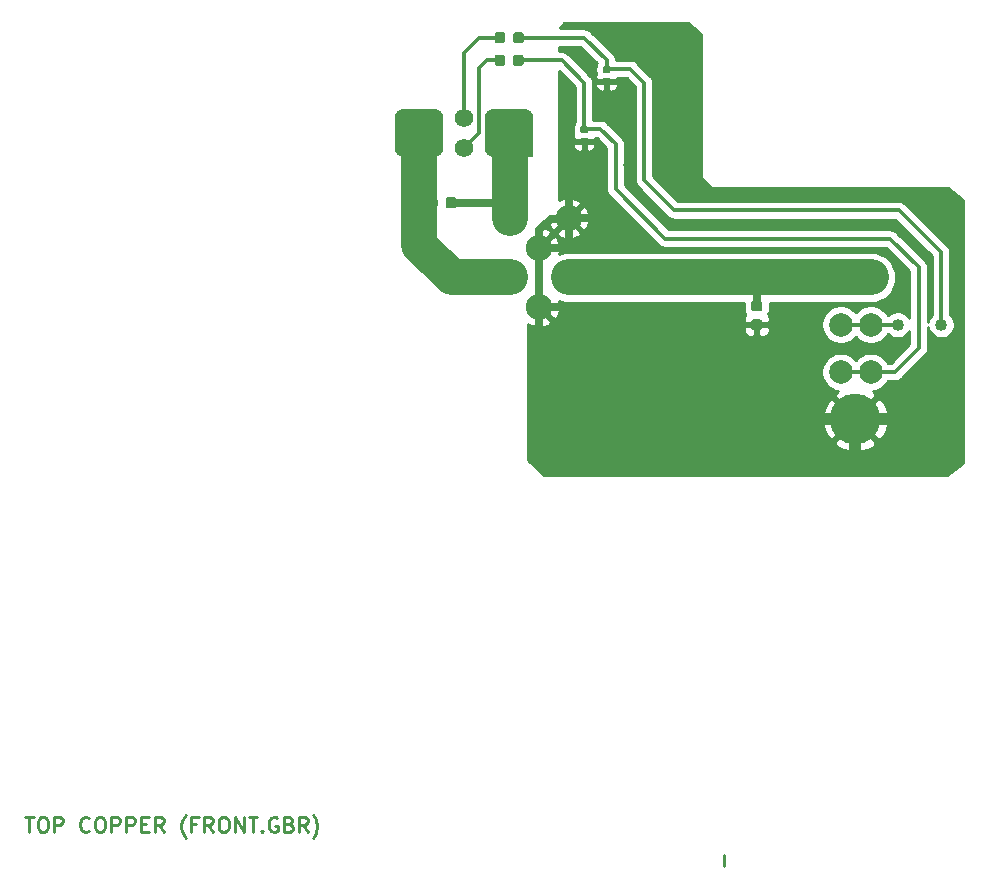
<source format=gbr>
G04 #@! TF.GenerationSoftware,KiCad,Pcbnew,(5.1.5)-3*
G04 #@! TF.CreationDate,2020-04-20T12:10:47-07:00*
G04 #@! TF.ProjectId,10096510 Battery Connection,31303039-3635-4313-9020-426174746572,rev?*
G04 #@! TF.SameCoordinates,PXb874050PY8789ff8*
G04 #@! TF.FileFunction,Copper,L1,Top*
G04 #@! TF.FilePolarity,Positive*
%FSLAX46Y46*%
G04 Gerber Fmt 4.6, Leading zero omitted, Abs format (unit mm)*
G04 Created by KiCad (PCBNEW (5.1.5)-3) date 2020-04-20 12:10:47*
%MOMM*%
%LPD*%
G04 APERTURE LIST*
%ADD10C,0.254000*%
%ADD11C,4.292600*%
%ADD12C,2.000000*%
%ADD13C,1.574800*%
%ADD14R,1.574800X1.574800*%
%ADD15C,0.100000*%
%ADD16C,2.235200*%
%ADD17C,1.016000*%
%ADD18C,0.250000*%
%ADD19C,3.048000*%
%ADD20C,1.524000*%
%ADD21C,0.635000*%
%ADD22C,0.304800*%
%ADD23C,1.016000*%
G04 APERTURE END LIST*
D10*
X-15588948Y-24704523D02*
X-14863234Y-24704523D01*
X-15226091Y-25974523D02*
X-15226091Y-24704523D01*
X-14197996Y-24704523D02*
X-13956091Y-24704523D01*
X-13835139Y-24765000D01*
X-13714186Y-24885952D01*
X-13653710Y-25127857D01*
X-13653710Y-25551190D01*
X-13714186Y-25793095D01*
X-13835139Y-25914047D01*
X-13956091Y-25974523D01*
X-14197996Y-25974523D01*
X-14318948Y-25914047D01*
X-14439900Y-25793095D01*
X-14500377Y-25551190D01*
X-14500377Y-25127857D01*
X-14439900Y-24885952D01*
X-14318948Y-24765000D01*
X-14197996Y-24704523D01*
X-13109424Y-25974523D02*
X-13109424Y-24704523D01*
X-12625615Y-24704523D01*
X-12504662Y-24765000D01*
X-12444186Y-24825476D01*
X-12383710Y-24946428D01*
X-12383710Y-25127857D01*
X-12444186Y-25248809D01*
X-12504662Y-25309285D01*
X-12625615Y-25369761D01*
X-13109424Y-25369761D01*
X-10146091Y-25853571D02*
X-10206567Y-25914047D01*
X-10387996Y-25974523D01*
X-10508948Y-25974523D01*
X-10690377Y-25914047D01*
X-10811329Y-25793095D01*
X-10871805Y-25672142D01*
X-10932281Y-25430238D01*
X-10932281Y-25248809D01*
X-10871805Y-25006904D01*
X-10811329Y-24885952D01*
X-10690377Y-24765000D01*
X-10508948Y-24704523D01*
X-10387996Y-24704523D01*
X-10206567Y-24765000D01*
X-10146091Y-24825476D01*
X-9359900Y-24704523D02*
X-9117996Y-24704523D01*
X-8997043Y-24765000D01*
X-8876091Y-24885952D01*
X-8815615Y-25127857D01*
X-8815615Y-25551190D01*
X-8876091Y-25793095D01*
X-8997043Y-25914047D01*
X-9117996Y-25974523D01*
X-9359900Y-25974523D01*
X-9480853Y-25914047D01*
X-9601805Y-25793095D01*
X-9662281Y-25551190D01*
X-9662281Y-25127857D01*
X-9601805Y-24885952D01*
X-9480853Y-24765000D01*
X-9359900Y-24704523D01*
X-8271329Y-25974523D02*
X-8271329Y-24704523D01*
X-7787520Y-24704523D01*
X-7666567Y-24765000D01*
X-7606091Y-24825476D01*
X-7545615Y-24946428D01*
X-7545615Y-25127857D01*
X-7606091Y-25248809D01*
X-7666567Y-25309285D01*
X-7787520Y-25369761D01*
X-8271329Y-25369761D01*
X-7001329Y-25974523D02*
X-7001329Y-24704523D01*
X-6517520Y-24704523D01*
X-6396567Y-24765000D01*
X-6336091Y-24825476D01*
X-6275615Y-24946428D01*
X-6275615Y-25127857D01*
X-6336091Y-25248809D01*
X-6396567Y-25309285D01*
X-6517520Y-25369761D01*
X-7001329Y-25369761D01*
X-5731329Y-25309285D02*
X-5307996Y-25309285D01*
X-5126567Y-25974523D02*
X-5731329Y-25974523D01*
X-5731329Y-24704523D01*
X-5126567Y-24704523D01*
X-3856567Y-25974523D02*
X-4279900Y-25369761D01*
X-4582281Y-25974523D02*
X-4582281Y-24704523D01*
X-4098472Y-24704523D01*
X-3977520Y-24765000D01*
X-3917043Y-24825476D01*
X-3856567Y-24946428D01*
X-3856567Y-25127857D01*
X-3917043Y-25248809D01*
X-3977520Y-25309285D01*
X-4098472Y-25369761D01*
X-4582281Y-25369761D01*
X-1981805Y-26458333D02*
X-2042281Y-26397857D01*
X-2163234Y-26216428D01*
X-2223710Y-26095476D01*
X-2284186Y-25914047D01*
X-2344662Y-25611666D01*
X-2344662Y-25369761D01*
X-2284186Y-25067380D01*
X-2223710Y-24885952D01*
X-2163234Y-24765000D01*
X-2042281Y-24583571D01*
X-1981805Y-24523095D01*
X-1074662Y-25309285D02*
X-1497996Y-25309285D01*
X-1497996Y-25974523D02*
X-1497996Y-24704523D01*
X-893234Y-24704523D01*
X316290Y-25974523D02*
X-107043Y-25369761D01*
X-409424Y-25974523D02*
X-409424Y-24704523D01*
X74385Y-24704523D01*
X195338Y-24765000D01*
X255814Y-24825476D01*
X316290Y-24946428D01*
X316290Y-25127857D01*
X255814Y-25248809D01*
X195338Y-25309285D01*
X74385Y-25369761D01*
X-409424Y-25369761D01*
X1102480Y-24704523D02*
X1344385Y-24704523D01*
X1465338Y-24765000D01*
X1586290Y-24885952D01*
X1646766Y-25127857D01*
X1646766Y-25551190D01*
X1586290Y-25793095D01*
X1465338Y-25914047D01*
X1344385Y-25974523D01*
X1102480Y-25974523D01*
X981528Y-25914047D01*
X860576Y-25793095D01*
X800100Y-25551190D01*
X800100Y-25127857D01*
X860576Y-24885952D01*
X981528Y-24765000D01*
X1102480Y-24704523D01*
X2191052Y-25974523D02*
X2191052Y-24704523D01*
X2916766Y-25974523D01*
X2916766Y-24704523D01*
X3340100Y-24704523D02*
X4065814Y-24704523D01*
X3702957Y-25974523D02*
X3702957Y-24704523D01*
X4489147Y-25853571D02*
X4549623Y-25914047D01*
X4489147Y-25974523D01*
X4428671Y-25914047D01*
X4489147Y-25853571D01*
X4489147Y-25974523D01*
X5759147Y-24765000D02*
X5638195Y-24704523D01*
X5456766Y-24704523D01*
X5275338Y-24765000D01*
X5154385Y-24885952D01*
X5093909Y-25006904D01*
X5033433Y-25248809D01*
X5033433Y-25430238D01*
X5093909Y-25672142D01*
X5154385Y-25793095D01*
X5275338Y-25914047D01*
X5456766Y-25974523D01*
X5577719Y-25974523D01*
X5759147Y-25914047D01*
X5819623Y-25853571D01*
X5819623Y-25430238D01*
X5577719Y-25430238D01*
X6787242Y-25309285D02*
X6968671Y-25369761D01*
X7029147Y-25430238D01*
X7089623Y-25551190D01*
X7089623Y-25732619D01*
X7029147Y-25853571D01*
X6968671Y-25914047D01*
X6847719Y-25974523D01*
X6363909Y-25974523D01*
X6363909Y-24704523D01*
X6787242Y-24704523D01*
X6908195Y-24765000D01*
X6968671Y-24825476D01*
X7029147Y-24946428D01*
X7029147Y-25067380D01*
X6968671Y-25188333D01*
X6908195Y-25248809D01*
X6787242Y-25309285D01*
X6363909Y-25309285D01*
X8359623Y-25974523D02*
X7936290Y-25369761D01*
X7633909Y-25974523D02*
X7633909Y-24704523D01*
X8117719Y-24704523D01*
X8238671Y-24765000D01*
X8299147Y-24825476D01*
X8359623Y-24946428D01*
X8359623Y-25127857D01*
X8299147Y-25248809D01*
X8238671Y-25309285D01*
X8117719Y-25369761D01*
X7633909Y-25369761D01*
X8782957Y-26458333D02*
X8843433Y-26397857D01*
X8964385Y-26216428D01*
X9024861Y-26095476D01*
X9085338Y-25914047D01*
X9145814Y-25611666D01*
X9145814Y-25369761D01*
X9085338Y-25067380D01*
X9024861Y-24885952D01*
X8964385Y-24765000D01*
X8843433Y-24583571D01*
X8782957Y-24523095D01*
D11*
X54711600Y8991600D03*
D12*
X56007000Y12979400D03*
X53467000Y12979400D03*
X56007000Y16992600D03*
X53467000Y16992600D03*
X56007000Y20980400D03*
X53467000Y20980400D03*
D13*
X16510000Y34493200D03*
X16510000Y31953200D03*
X19050000Y34493200D03*
X19050000Y31953200D03*
X21590000Y34493200D03*
X21590000Y31953200D03*
X24130000Y34493200D03*
X24130000Y31953200D03*
X26670000Y34493200D03*
D14*
X26670000Y31953200D03*
G04 #@! TA.AperFunction,SMDPad,CuDef*
D15*
G36*
X26427691Y39843947D02*
G01*
X26448926Y39840797D01*
X26469750Y39835581D01*
X26489962Y39828349D01*
X26509368Y39819170D01*
X26527781Y39808134D01*
X26545024Y39795346D01*
X26560930Y39780930D01*
X26575346Y39765024D01*
X26588134Y39747781D01*
X26599170Y39729368D01*
X26608349Y39709962D01*
X26615581Y39689750D01*
X26620797Y39668926D01*
X26623947Y39647691D01*
X26625000Y39626250D01*
X26625000Y39113750D01*
X26623947Y39092309D01*
X26620797Y39071074D01*
X26615581Y39050250D01*
X26608349Y39030038D01*
X26599170Y39010632D01*
X26588134Y38992219D01*
X26575346Y38974976D01*
X26560930Y38959070D01*
X26545024Y38944654D01*
X26527781Y38931866D01*
X26509368Y38920830D01*
X26489962Y38911651D01*
X26469750Y38904419D01*
X26448926Y38899203D01*
X26427691Y38896053D01*
X26406250Y38895000D01*
X25968750Y38895000D01*
X25947309Y38896053D01*
X25926074Y38899203D01*
X25905250Y38904419D01*
X25885038Y38911651D01*
X25865632Y38920830D01*
X25847219Y38931866D01*
X25829976Y38944654D01*
X25814070Y38959070D01*
X25799654Y38974976D01*
X25786866Y38992219D01*
X25775830Y39010632D01*
X25766651Y39030038D01*
X25759419Y39050250D01*
X25754203Y39071074D01*
X25751053Y39092309D01*
X25750000Y39113750D01*
X25750000Y39626250D01*
X25751053Y39647691D01*
X25754203Y39668926D01*
X25759419Y39689750D01*
X25766651Y39709962D01*
X25775830Y39729368D01*
X25786866Y39747781D01*
X25799654Y39765024D01*
X25814070Y39780930D01*
X25829976Y39795346D01*
X25847219Y39808134D01*
X25865632Y39819170D01*
X25885038Y39828349D01*
X25905250Y39835581D01*
X25926074Y39840797D01*
X25947309Y39843947D01*
X25968750Y39845000D01*
X26406250Y39845000D01*
X26427691Y39843947D01*
G37*
G04 #@! TD.AperFunction*
G04 #@! TA.AperFunction,SMDPad,CuDef*
G36*
X24852691Y39843947D02*
G01*
X24873926Y39840797D01*
X24894750Y39835581D01*
X24914962Y39828349D01*
X24934368Y39819170D01*
X24952781Y39808134D01*
X24970024Y39795346D01*
X24985930Y39780930D01*
X25000346Y39765024D01*
X25013134Y39747781D01*
X25024170Y39729368D01*
X25033349Y39709962D01*
X25040581Y39689750D01*
X25045797Y39668926D01*
X25048947Y39647691D01*
X25050000Y39626250D01*
X25050000Y39113750D01*
X25048947Y39092309D01*
X25045797Y39071074D01*
X25040581Y39050250D01*
X25033349Y39030038D01*
X25024170Y39010632D01*
X25013134Y38992219D01*
X25000346Y38974976D01*
X24985930Y38959070D01*
X24970024Y38944654D01*
X24952781Y38931866D01*
X24934368Y38920830D01*
X24914962Y38911651D01*
X24894750Y38904419D01*
X24873926Y38899203D01*
X24852691Y38896053D01*
X24831250Y38895000D01*
X24393750Y38895000D01*
X24372309Y38896053D01*
X24351074Y38899203D01*
X24330250Y38904419D01*
X24310038Y38911651D01*
X24290632Y38920830D01*
X24272219Y38931866D01*
X24254976Y38944654D01*
X24239070Y38959070D01*
X24224654Y38974976D01*
X24211866Y38992219D01*
X24200830Y39010632D01*
X24191651Y39030038D01*
X24184419Y39050250D01*
X24179203Y39071074D01*
X24176053Y39092309D01*
X24175000Y39113750D01*
X24175000Y39626250D01*
X24176053Y39647691D01*
X24179203Y39668926D01*
X24184419Y39689750D01*
X24191651Y39709962D01*
X24200830Y39729368D01*
X24211866Y39747781D01*
X24224654Y39765024D01*
X24239070Y39780930D01*
X24254976Y39795346D01*
X24272219Y39808134D01*
X24290632Y39819170D01*
X24310038Y39828349D01*
X24330250Y39835581D01*
X24351074Y39840797D01*
X24372309Y39843947D01*
X24393750Y39845000D01*
X24831250Y39845000D01*
X24852691Y39843947D01*
G37*
G04 #@! TD.AperFunction*
G04 #@! TA.AperFunction,SMDPad,CuDef*
G36*
X24852691Y41748947D02*
G01*
X24873926Y41745797D01*
X24894750Y41740581D01*
X24914962Y41733349D01*
X24934368Y41724170D01*
X24952781Y41713134D01*
X24970024Y41700346D01*
X24985930Y41685930D01*
X25000346Y41670024D01*
X25013134Y41652781D01*
X25024170Y41634368D01*
X25033349Y41614962D01*
X25040581Y41594750D01*
X25045797Y41573926D01*
X25048947Y41552691D01*
X25050000Y41531250D01*
X25050000Y41018750D01*
X25048947Y40997309D01*
X25045797Y40976074D01*
X25040581Y40955250D01*
X25033349Y40935038D01*
X25024170Y40915632D01*
X25013134Y40897219D01*
X25000346Y40879976D01*
X24985930Y40864070D01*
X24970024Y40849654D01*
X24952781Y40836866D01*
X24934368Y40825830D01*
X24914962Y40816651D01*
X24894750Y40809419D01*
X24873926Y40804203D01*
X24852691Y40801053D01*
X24831250Y40800000D01*
X24393750Y40800000D01*
X24372309Y40801053D01*
X24351074Y40804203D01*
X24330250Y40809419D01*
X24310038Y40816651D01*
X24290632Y40825830D01*
X24272219Y40836866D01*
X24254976Y40849654D01*
X24239070Y40864070D01*
X24224654Y40879976D01*
X24211866Y40897219D01*
X24200830Y40915632D01*
X24191651Y40935038D01*
X24184419Y40955250D01*
X24179203Y40976074D01*
X24176053Y40997309D01*
X24175000Y41018750D01*
X24175000Y41531250D01*
X24176053Y41552691D01*
X24179203Y41573926D01*
X24184419Y41594750D01*
X24191651Y41614962D01*
X24200830Y41634368D01*
X24211866Y41652781D01*
X24224654Y41670024D01*
X24239070Y41685930D01*
X24254976Y41700346D01*
X24272219Y41713134D01*
X24290632Y41724170D01*
X24310038Y41733349D01*
X24330250Y41740581D01*
X24351074Y41745797D01*
X24372309Y41748947D01*
X24393750Y41750000D01*
X24831250Y41750000D01*
X24852691Y41748947D01*
G37*
G04 #@! TD.AperFunction*
G04 #@! TA.AperFunction,SMDPad,CuDef*
G36*
X26427691Y41748947D02*
G01*
X26448926Y41745797D01*
X26469750Y41740581D01*
X26489962Y41733349D01*
X26509368Y41724170D01*
X26527781Y41713134D01*
X26545024Y41700346D01*
X26560930Y41685930D01*
X26575346Y41670024D01*
X26588134Y41652781D01*
X26599170Y41634368D01*
X26608349Y41614962D01*
X26615581Y41594750D01*
X26620797Y41573926D01*
X26623947Y41552691D01*
X26625000Y41531250D01*
X26625000Y41018750D01*
X26623947Y40997309D01*
X26620797Y40976074D01*
X26615581Y40955250D01*
X26608349Y40935038D01*
X26599170Y40915632D01*
X26588134Y40897219D01*
X26575346Y40879976D01*
X26560930Y40864070D01*
X26545024Y40849654D01*
X26527781Y40836866D01*
X26509368Y40825830D01*
X26489962Y40816651D01*
X26469750Y40809419D01*
X26448926Y40804203D01*
X26427691Y40801053D01*
X26406250Y40800000D01*
X25968750Y40800000D01*
X25947309Y40801053D01*
X25926074Y40804203D01*
X25905250Y40809419D01*
X25885038Y40816651D01*
X25865632Y40825830D01*
X25847219Y40836866D01*
X25829976Y40849654D01*
X25814070Y40864070D01*
X25799654Y40879976D01*
X25786866Y40897219D01*
X25775830Y40915632D01*
X25766651Y40935038D01*
X25759419Y40955250D01*
X25754203Y40976074D01*
X25751053Y40997309D01*
X25750000Y41018750D01*
X25750000Y41531250D01*
X25751053Y41552691D01*
X25754203Y41573926D01*
X25759419Y41594750D01*
X25766651Y41614962D01*
X25775830Y41634368D01*
X25786866Y41652781D01*
X25799654Y41670024D01*
X25814070Y41685930D01*
X25829976Y41700346D01*
X25847219Y41713134D01*
X25865632Y41724170D01*
X25885038Y41733349D01*
X25905250Y41740581D01*
X25926074Y41745797D01*
X25947309Y41748947D01*
X25968750Y41750000D01*
X26406250Y41750000D01*
X26427691Y41748947D01*
G37*
G04 #@! TD.AperFunction*
D16*
X27940000Y18495000D03*
X25440000Y20995000D03*
X30440000Y20995000D03*
X27940000Y23495000D03*
X25440000Y25995000D03*
X30440000Y25995000D03*
G04 #@! TA.AperFunction,SMDPad,CuDef*
D15*
G36*
X31936958Y32829290D02*
G01*
X31951276Y32827166D01*
X31965317Y32823649D01*
X31978946Y32818772D01*
X31992031Y32812583D01*
X32004447Y32805142D01*
X32016073Y32796519D01*
X32026798Y32786798D01*
X32036519Y32776073D01*
X32045142Y32764447D01*
X32052583Y32752031D01*
X32058772Y32738946D01*
X32063649Y32725317D01*
X32067166Y32711276D01*
X32069290Y32696958D01*
X32070000Y32682500D01*
X32070000Y32387500D01*
X32069290Y32373042D01*
X32067166Y32358724D01*
X32063649Y32344683D01*
X32058772Y32331054D01*
X32052583Y32317969D01*
X32045142Y32305553D01*
X32036519Y32293927D01*
X32026798Y32283202D01*
X32016073Y32273481D01*
X32004447Y32264858D01*
X31992031Y32257417D01*
X31978946Y32251228D01*
X31965317Y32246351D01*
X31951276Y32242834D01*
X31936958Y32240710D01*
X31922500Y32240000D01*
X31577500Y32240000D01*
X31563042Y32240710D01*
X31548724Y32242834D01*
X31534683Y32246351D01*
X31521054Y32251228D01*
X31507969Y32257417D01*
X31495553Y32264858D01*
X31483927Y32273481D01*
X31473202Y32283202D01*
X31463481Y32293927D01*
X31454858Y32305553D01*
X31447417Y32317969D01*
X31441228Y32331054D01*
X31436351Y32344683D01*
X31432834Y32358724D01*
X31430710Y32373042D01*
X31430000Y32387500D01*
X31430000Y32682500D01*
X31430710Y32696958D01*
X31432834Y32711276D01*
X31436351Y32725317D01*
X31441228Y32738946D01*
X31447417Y32752031D01*
X31454858Y32764447D01*
X31463481Y32776073D01*
X31473202Y32786798D01*
X31483927Y32796519D01*
X31495553Y32805142D01*
X31507969Y32812583D01*
X31521054Y32818772D01*
X31534683Y32823649D01*
X31548724Y32827166D01*
X31563042Y32829290D01*
X31577500Y32830000D01*
X31922500Y32830000D01*
X31936958Y32829290D01*
G37*
G04 #@! TD.AperFunction*
G04 #@! TA.AperFunction,SMDPad,CuDef*
G36*
X31936958Y33799290D02*
G01*
X31951276Y33797166D01*
X31965317Y33793649D01*
X31978946Y33788772D01*
X31992031Y33782583D01*
X32004447Y33775142D01*
X32016073Y33766519D01*
X32026798Y33756798D01*
X32036519Y33746073D01*
X32045142Y33734447D01*
X32052583Y33722031D01*
X32058772Y33708946D01*
X32063649Y33695317D01*
X32067166Y33681276D01*
X32069290Y33666958D01*
X32070000Y33652500D01*
X32070000Y33357500D01*
X32069290Y33343042D01*
X32067166Y33328724D01*
X32063649Y33314683D01*
X32058772Y33301054D01*
X32052583Y33287969D01*
X32045142Y33275553D01*
X32036519Y33263927D01*
X32026798Y33253202D01*
X32016073Y33243481D01*
X32004447Y33234858D01*
X31992031Y33227417D01*
X31978946Y33221228D01*
X31965317Y33216351D01*
X31951276Y33212834D01*
X31936958Y33210710D01*
X31922500Y33210000D01*
X31577500Y33210000D01*
X31563042Y33210710D01*
X31548724Y33212834D01*
X31534683Y33216351D01*
X31521054Y33221228D01*
X31507969Y33227417D01*
X31495553Y33234858D01*
X31483927Y33243481D01*
X31473202Y33253202D01*
X31463481Y33263927D01*
X31454858Y33275553D01*
X31447417Y33287969D01*
X31441228Y33301054D01*
X31436351Y33314683D01*
X31432834Y33328724D01*
X31430710Y33343042D01*
X31430000Y33357500D01*
X31430000Y33652500D01*
X31430710Y33666958D01*
X31432834Y33681276D01*
X31436351Y33695317D01*
X31441228Y33708946D01*
X31447417Y33722031D01*
X31454858Y33734447D01*
X31463481Y33746073D01*
X31473202Y33756798D01*
X31483927Y33766519D01*
X31495553Y33775142D01*
X31507969Y33782583D01*
X31521054Y33788772D01*
X31534683Y33793649D01*
X31548724Y33797166D01*
X31563042Y33799290D01*
X31577500Y33800000D01*
X31922500Y33800000D01*
X31936958Y33799290D01*
G37*
G04 #@! TD.AperFunction*
G04 #@! TA.AperFunction,SMDPad,CuDef*
G36*
X33841958Y37909290D02*
G01*
X33856276Y37907166D01*
X33870317Y37903649D01*
X33883946Y37898772D01*
X33897031Y37892583D01*
X33909447Y37885142D01*
X33921073Y37876519D01*
X33931798Y37866798D01*
X33941519Y37856073D01*
X33950142Y37844447D01*
X33957583Y37832031D01*
X33963772Y37818946D01*
X33968649Y37805317D01*
X33972166Y37791276D01*
X33974290Y37776958D01*
X33975000Y37762500D01*
X33975000Y37467500D01*
X33974290Y37453042D01*
X33972166Y37438724D01*
X33968649Y37424683D01*
X33963772Y37411054D01*
X33957583Y37397969D01*
X33950142Y37385553D01*
X33941519Y37373927D01*
X33931798Y37363202D01*
X33921073Y37353481D01*
X33909447Y37344858D01*
X33897031Y37337417D01*
X33883946Y37331228D01*
X33870317Y37326351D01*
X33856276Y37322834D01*
X33841958Y37320710D01*
X33827500Y37320000D01*
X33482500Y37320000D01*
X33468042Y37320710D01*
X33453724Y37322834D01*
X33439683Y37326351D01*
X33426054Y37331228D01*
X33412969Y37337417D01*
X33400553Y37344858D01*
X33388927Y37353481D01*
X33378202Y37363202D01*
X33368481Y37373927D01*
X33359858Y37385553D01*
X33352417Y37397969D01*
X33346228Y37411054D01*
X33341351Y37424683D01*
X33337834Y37438724D01*
X33335710Y37453042D01*
X33335000Y37467500D01*
X33335000Y37762500D01*
X33335710Y37776958D01*
X33337834Y37791276D01*
X33341351Y37805317D01*
X33346228Y37818946D01*
X33352417Y37832031D01*
X33359858Y37844447D01*
X33368481Y37856073D01*
X33378202Y37866798D01*
X33388927Y37876519D01*
X33400553Y37885142D01*
X33412969Y37892583D01*
X33426054Y37898772D01*
X33439683Y37903649D01*
X33453724Y37907166D01*
X33468042Y37909290D01*
X33482500Y37910000D01*
X33827500Y37910000D01*
X33841958Y37909290D01*
G37*
G04 #@! TD.AperFunction*
G04 #@! TA.AperFunction,SMDPad,CuDef*
G36*
X33841958Y38879290D02*
G01*
X33856276Y38877166D01*
X33870317Y38873649D01*
X33883946Y38868772D01*
X33897031Y38862583D01*
X33909447Y38855142D01*
X33921073Y38846519D01*
X33931798Y38836798D01*
X33941519Y38826073D01*
X33950142Y38814447D01*
X33957583Y38802031D01*
X33963772Y38788946D01*
X33968649Y38775317D01*
X33972166Y38761276D01*
X33974290Y38746958D01*
X33975000Y38732500D01*
X33975000Y38437500D01*
X33974290Y38423042D01*
X33972166Y38408724D01*
X33968649Y38394683D01*
X33963772Y38381054D01*
X33957583Y38367969D01*
X33950142Y38355553D01*
X33941519Y38343927D01*
X33931798Y38333202D01*
X33921073Y38323481D01*
X33909447Y38314858D01*
X33897031Y38307417D01*
X33883946Y38301228D01*
X33870317Y38296351D01*
X33856276Y38292834D01*
X33841958Y38290710D01*
X33827500Y38290000D01*
X33482500Y38290000D01*
X33468042Y38290710D01*
X33453724Y38292834D01*
X33439683Y38296351D01*
X33426054Y38301228D01*
X33412969Y38307417D01*
X33400553Y38314858D01*
X33388927Y38323481D01*
X33378202Y38333202D01*
X33368481Y38343927D01*
X33359858Y38355553D01*
X33352417Y38367969D01*
X33346228Y38381054D01*
X33341351Y38394683D01*
X33337834Y38408724D01*
X33335710Y38423042D01*
X33335000Y38437500D01*
X33335000Y38732500D01*
X33335710Y38746958D01*
X33337834Y38761276D01*
X33341351Y38775317D01*
X33346228Y38788946D01*
X33352417Y38802031D01*
X33359858Y38814447D01*
X33368481Y38826073D01*
X33378202Y38836798D01*
X33388927Y38846519D01*
X33400553Y38855142D01*
X33412969Y38862583D01*
X33426054Y38868772D01*
X33439683Y38873649D01*
X33453724Y38877166D01*
X33468042Y38879290D01*
X33482500Y38880000D01*
X33827500Y38880000D01*
X33841958Y38879290D01*
G37*
G04 #@! TD.AperFunction*
G04 #@! TA.AperFunction,SMDPad,CuDef*
G36*
X46632691Y19003947D02*
G01*
X46653926Y19000797D01*
X46674750Y18995581D01*
X46694962Y18988349D01*
X46714368Y18979170D01*
X46732781Y18968134D01*
X46750024Y18955346D01*
X46765930Y18940930D01*
X46780346Y18925024D01*
X46793134Y18907781D01*
X46804170Y18889368D01*
X46813349Y18869962D01*
X46820581Y18849750D01*
X46825797Y18828926D01*
X46828947Y18807691D01*
X46830000Y18786250D01*
X46830000Y18348750D01*
X46828947Y18327309D01*
X46825797Y18306074D01*
X46820581Y18285250D01*
X46813349Y18265038D01*
X46804170Y18245632D01*
X46793134Y18227219D01*
X46780346Y18209976D01*
X46765930Y18194070D01*
X46750024Y18179654D01*
X46732781Y18166866D01*
X46714368Y18155830D01*
X46694962Y18146651D01*
X46674750Y18139419D01*
X46653926Y18134203D01*
X46632691Y18131053D01*
X46611250Y18130000D01*
X46098750Y18130000D01*
X46077309Y18131053D01*
X46056074Y18134203D01*
X46035250Y18139419D01*
X46015038Y18146651D01*
X45995632Y18155830D01*
X45977219Y18166866D01*
X45959976Y18179654D01*
X45944070Y18194070D01*
X45929654Y18209976D01*
X45916866Y18227219D01*
X45905830Y18245632D01*
X45896651Y18265038D01*
X45889419Y18285250D01*
X45884203Y18306074D01*
X45881053Y18327309D01*
X45880000Y18348750D01*
X45880000Y18786250D01*
X45881053Y18807691D01*
X45884203Y18828926D01*
X45889419Y18849750D01*
X45896651Y18869962D01*
X45905830Y18889368D01*
X45916866Y18907781D01*
X45929654Y18925024D01*
X45944070Y18940930D01*
X45959976Y18955346D01*
X45977219Y18968134D01*
X45995632Y18979170D01*
X46015038Y18988349D01*
X46035250Y18995581D01*
X46056074Y19000797D01*
X46077309Y19003947D01*
X46098750Y19005000D01*
X46611250Y19005000D01*
X46632691Y19003947D01*
G37*
G04 #@! TD.AperFunction*
G04 #@! TA.AperFunction,SMDPad,CuDef*
G36*
X46632691Y17428947D02*
G01*
X46653926Y17425797D01*
X46674750Y17420581D01*
X46694962Y17413349D01*
X46714368Y17404170D01*
X46732781Y17393134D01*
X46750024Y17380346D01*
X46765930Y17365930D01*
X46780346Y17350024D01*
X46793134Y17332781D01*
X46804170Y17314368D01*
X46813349Y17294962D01*
X46820581Y17274750D01*
X46825797Y17253926D01*
X46828947Y17232691D01*
X46830000Y17211250D01*
X46830000Y16773750D01*
X46828947Y16752309D01*
X46825797Y16731074D01*
X46820581Y16710250D01*
X46813349Y16690038D01*
X46804170Y16670632D01*
X46793134Y16652219D01*
X46780346Y16634976D01*
X46765930Y16619070D01*
X46750024Y16604654D01*
X46732781Y16591866D01*
X46714368Y16580830D01*
X46694962Y16571651D01*
X46674750Y16564419D01*
X46653926Y16559203D01*
X46632691Y16556053D01*
X46611250Y16555000D01*
X46098750Y16555000D01*
X46077309Y16556053D01*
X46056074Y16559203D01*
X46035250Y16564419D01*
X46015038Y16571651D01*
X45995632Y16580830D01*
X45977219Y16591866D01*
X45959976Y16604654D01*
X45944070Y16619070D01*
X45929654Y16634976D01*
X45916866Y16652219D01*
X45905830Y16670632D01*
X45896651Y16690038D01*
X45889419Y16710250D01*
X45884203Y16731074D01*
X45881053Y16752309D01*
X45880000Y16773750D01*
X45880000Y17211250D01*
X45881053Y17232691D01*
X45884203Y17253926D01*
X45889419Y17274750D01*
X45896651Y17294962D01*
X45905830Y17314368D01*
X45916866Y17332781D01*
X45929654Y17350024D01*
X45944070Y17365930D01*
X45959976Y17380346D01*
X45977219Y17393134D01*
X45995632Y17404170D01*
X46015038Y17413349D01*
X46035250Y17420581D01*
X46056074Y17425797D01*
X46077309Y17428947D01*
X46098750Y17430000D01*
X46611250Y17430000D01*
X46632691Y17428947D01*
G37*
G04 #@! TD.AperFunction*
G04 #@! TA.AperFunction,SMDPad,CuDef*
G36*
X19137691Y27778947D02*
G01*
X19158926Y27775797D01*
X19179750Y27770581D01*
X19199962Y27763349D01*
X19219368Y27754170D01*
X19237781Y27743134D01*
X19255024Y27730346D01*
X19270930Y27715930D01*
X19285346Y27700024D01*
X19298134Y27682781D01*
X19309170Y27664368D01*
X19318349Y27644962D01*
X19325581Y27624750D01*
X19330797Y27603926D01*
X19333947Y27582691D01*
X19335000Y27561250D01*
X19335000Y27048750D01*
X19333947Y27027309D01*
X19330797Y27006074D01*
X19325581Y26985250D01*
X19318349Y26965038D01*
X19309170Y26945632D01*
X19298134Y26927219D01*
X19285346Y26909976D01*
X19270930Y26894070D01*
X19255024Y26879654D01*
X19237781Y26866866D01*
X19219368Y26855830D01*
X19199962Y26846651D01*
X19179750Y26839419D01*
X19158926Y26834203D01*
X19137691Y26831053D01*
X19116250Y26830000D01*
X18678750Y26830000D01*
X18657309Y26831053D01*
X18636074Y26834203D01*
X18615250Y26839419D01*
X18595038Y26846651D01*
X18575632Y26855830D01*
X18557219Y26866866D01*
X18539976Y26879654D01*
X18524070Y26894070D01*
X18509654Y26909976D01*
X18496866Y26927219D01*
X18485830Y26945632D01*
X18476651Y26965038D01*
X18469419Y26985250D01*
X18464203Y27006074D01*
X18461053Y27027309D01*
X18460000Y27048750D01*
X18460000Y27561250D01*
X18461053Y27582691D01*
X18464203Y27603926D01*
X18469419Y27624750D01*
X18476651Y27644962D01*
X18485830Y27664368D01*
X18496866Y27682781D01*
X18509654Y27700024D01*
X18524070Y27715930D01*
X18539976Y27730346D01*
X18557219Y27743134D01*
X18575632Y27754170D01*
X18595038Y27763349D01*
X18615250Y27770581D01*
X18636074Y27775797D01*
X18657309Y27778947D01*
X18678750Y27780000D01*
X19116250Y27780000D01*
X19137691Y27778947D01*
G37*
G04 #@! TD.AperFunction*
G04 #@! TA.AperFunction,SMDPad,CuDef*
G36*
X20712691Y27778947D02*
G01*
X20733926Y27775797D01*
X20754750Y27770581D01*
X20774962Y27763349D01*
X20794368Y27754170D01*
X20812781Y27743134D01*
X20830024Y27730346D01*
X20845930Y27715930D01*
X20860346Y27700024D01*
X20873134Y27682781D01*
X20884170Y27664368D01*
X20893349Y27644962D01*
X20900581Y27624750D01*
X20905797Y27603926D01*
X20908947Y27582691D01*
X20910000Y27561250D01*
X20910000Y27048750D01*
X20908947Y27027309D01*
X20905797Y27006074D01*
X20900581Y26985250D01*
X20893349Y26965038D01*
X20884170Y26945632D01*
X20873134Y26927219D01*
X20860346Y26909976D01*
X20845930Y26894070D01*
X20830024Y26879654D01*
X20812781Y26866866D01*
X20794368Y26855830D01*
X20774962Y26846651D01*
X20754750Y26839419D01*
X20733926Y26834203D01*
X20712691Y26831053D01*
X20691250Y26830000D01*
X20253750Y26830000D01*
X20232309Y26831053D01*
X20211074Y26834203D01*
X20190250Y26839419D01*
X20170038Y26846651D01*
X20150632Y26855830D01*
X20132219Y26866866D01*
X20114976Y26879654D01*
X20099070Y26894070D01*
X20084654Y26909976D01*
X20071866Y26927219D01*
X20060830Y26945632D01*
X20051651Y26965038D01*
X20044419Y26985250D01*
X20039203Y27006074D01*
X20036053Y27027309D01*
X20035000Y27048750D01*
X20035000Y27561250D01*
X20036053Y27582691D01*
X20039203Y27603926D01*
X20044419Y27624750D01*
X20051651Y27644962D01*
X20060830Y27664368D01*
X20071866Y27682781D01*
X20084654Y27700024D01*
X20099070Y27715930D01*
X20114976Y27730346D01*
X20132219Y27743134D01*
X20150632Y27754170D01*
X20170038Y27763349D01*
X20190250Y27770581D01*
X20211074Y27775797D01*
X20232309Y27778947D01*
X20253750Y27780000D01*
X20691250Y27780000D01*
X20712691Y27778947D01*
G37*
G04 #@! TD.AperFunction*
D17*
X35560000Y35560000D03*
X40640000Y35560000D03*
X40640000Y30480000D03*
X35560000Y30480000D03*
X35560000Y25400000D03*
X40640000Y25400000D03*
X60960000Y10160000D03*
X60960000Y5080000D03*
X55880000Y5080000D03*
X50800000Y5080000D03*
X50800000Y15240000D03*
X50800000Y10160000D03*
X45720000Y10160000D03*
X45720000Y15240000D03*
X45720000Y5080000D03*
X40640000Y5080000D03*
X40640000Y10160000D03*
X40640000Y15240000D03*
X35560000Y15240000D03*
X35560000Y10160000D03*
X35560000Y5080000D03*
X30480000Y5080000D03*
X30480000Y10160000D03*
X30480000Y30480000D03*
X40640000Y40640000D03*
X35560000Y40640000D03*
X58293000Y16992600D03*
X61976000Y16992600D03*
D18*
X43586800Y-28877000D02*
X43586800Y-28377000D01*
X43586800Y-28377000D02*
X43586800Y-27877000D01*
D19*
X20548600Y20980400D02*
X25450800Y20980400D01*
X17780000Y23749000D02*
X20548600Y20980400D01*
X17780000Y23749000D02*
X17780000Y27305000D01*
D20*
X16510000Y31953200D02*
X16510000Y34493200D01*
X16510000Y34493200D02*
X19050000Y34493200D01*
X19050000Y31953200D02*
X19050000Y34493200D01*
X16510000Y34493200D02*
X19050000Y31953200D01*
X16510000Y31953200D02*
X19050000Y31953200D01*
D19*
X17780000Y33147000D02*
X17818100Y33185100D01*
X17780000Y27305000D02*
X17780000Y33147000D01*
D21*
X20447000Y27305000D02*
X25400000Y27305000D01*
D19*
X25450800Y25984200D02*
X25450800Y31038800D01*
D20*
X24130000Y31953200D02*
X26670000Y31953200D01*
X24130000Y31953200D02*
X24130000Y34493200D01*
X25400000Y33223200D02*
X26670000Y34493200D01*
X24130000Y31953200D02*
X25400000Y33223200D01*
X24130000Y34493200D02*
X26670000Y34493200D01*
X26670000Y31953200D02*
X26670000Y34493200D01*
D21*
X30454600Y25984200D02*
X32131000Y25984200D01*
X27940000Y23495000D02*
X29616400Y23495000D01*
X30454600Y24307800D02*
X30454600Y25984200D01*
X30454600Y25984200D02*
X30454600Y27660600D01*
X27940000Y18491200D02*
X29616400Y18491200D01*
X27940000Y16814800D02*
X27940000Y18491200D01*
D22*
X30403800Y25933400D02*
X30454600Y25984200D01*
X27940000Y23495000D02*
X27940000Y25171400D01*
D23*
X54711600Y6273800D02*
X54711600Y8991600D01*
X51993800Y8991600D02*
X54711600Y8991600D01*
X54711600Y8991600D02*
X57277000Y8991600D01*
D21*
X57277000Y8991600D02*
X57429400Y8991600D01*
X30403800Y25933400D02*
X30454600Y25984200D01*
X28930600Y25933400D02*
X30403800Y25933400D01*
X28930600Y25933400D02*
X28930600Y25933400D01*
X27940000Y24968200D02*
X28930600Y25933400D01*
X27940000Y23495000D02*
X27940000Y24968200D01*
D22*
X46355000Y17018000D02*
X47320200Y17018000D01*
X45415200Y17018000D02*
X46355000Y17018000D01*
X46355000Y16052800D02*
X46355000Y17018000D01*
X31750000Y32461200D02*
X32562800Y32461200D01*
X30962600Y32461200D02*
X31750000Y32461200D01*
X31750000Y31597600D02*
X31750000Y32461200D01*
X33655000Y37541200D02*
X34467800Y37541200D01*
X32867600Y37541200D02*
X33655000Y37541200D01*
X33655000Y36677600D02*
X33655000Y37541200D01*
D21*
X27940000Y18491200D02*
X27940000Y23495000D01*
D19*
X46355000Y20980400D02*
X46609000Y20980400D01*
D21*
X46355000Y18516600D02*
X46355000Y20980400D01*
D19*
X53467000Y20980400D02*
X56007000Y20980400D01*
X46609000Y20980400D02*
X53467000Y20980400D01*
X30454600Y20980400D02*
X46355000Y20980400D01*
D22*
X53467000Y16992600D02*
X56007000Y16992600D01*
X56007000Y16992600D02*
X58293000Y16992600D01*
X33655000Y38633400D02*
X33655000Y39370000D01*
X31750000Y41275000D02*
X33655000Y39370000D01*
X26035000Y41275000D02*
X31750000Y41275000D01*
X33655000Y38633400D02*
X35661600Y38633400D01*
X35661600Y38633400D02*
X36830000Y37465000D01*
X36830000Y29210000D02*
X36830000Y37465000D01*
X36830000Y29210000D02*
X39370000Y26670000D01*
X39370000Y26670000D02*
X58420000Y26670000D01*
X58420000Y26670000D02*
X61976000Y23114000D01*
X61976000Y16992600D02*
X61976000Y23114000D01*
X53467000Y12979400D02*
X56007000Y12979400D01*
X26162000Y39370000D02*
X29845000Y39370000D01*
X29845000Y39370000D02*
X31750000Y37465000D01*
X31750000Y33655000D02*
X31750000Y37465000D01*
X31750000Y33553400D02*
X33121600Y33553400D01*
X33121600Y33553400D02*
X34417000Y32258000D01*
X34417000Y28448000D02*
X34417000Y32258000D01*
X34417000Y28448000D02*
X38608000Y24257000D01*
X38608000Y24257000D02*
X57658000Y24257000D01*
X57658000Y24257000D02*
X60071000Y21844000D01*
X60071000Y14986000D02*
X60071000Y21844000D01*
X58089800Y12979400D02*
X60071000Y14986000D01*
X56007000Y12979400D02*
X58089800Y12979400D01*
X22860000Y41275000D02*
X24663400Y41275000D01*
X21590000Y39979600D02*
X22860000Y41275000D01*
X21590000Y34493200D02*
X21590000Y39979600D01*
X21590000Y31953200D02*
X22860000Y33223200D01*
X22860000Y33223200D02*
X22860000Y38735000D01*
X22860000Y38735000D02*
X23495000Y39370000D01*
X23495000Y39370000D02*
X24765000Y39370000D01*
D10*
G36*
X41656018Y41597914D02*
G01*
X41659800Y29392961D01*
X41662248Y29368185D01*
X41669482Y29344363D01*
X41681225Y29322410D01*
X41700123Y29300177D01*
X42440123Y28609177D01*
X42459898Y28594051D01*
X42482243Y28583073D01*
X42506301Y28576665D01*
X42526870Y28575000D01*
X62542724Y28585976D01*
X63839800Y27561474D01*
X63839800Y5277354D01*
X62457598Y4290000D01*
X28383629Y4290000D01*
X27003800Y5517986D01*
X27003800Y7040023D01*
X52939628Y7040023D01*
X53173325Y6658281D01*
X53658090Y6403012D01*
X54183341Y6247222D01*
X54728893Y6196896D01*
X55273780Y6253969D01*
X55797063Y6416247D01*
X56249875Y6658281D01*
X56483572Y7040023D01*
X54711600Y8811995D01*
X52939628Y7040023D01*
X27003800Y7040023D01*
X27003800Y8974307D01*
X51916896Y8974307D01*
X51973969Y8429420D01*
X52136247Y7906137D01*
X52378281Y7453325D01*
X52760023Y7219628D01*
X54531995Y8991600D01*
X54891205Y8991600D01*
X56663177Y7219628D01*
X57044919Y7453325D01*
X57300188Y7938090D01*
X57455978Y8463341D01*
X57506304Y9008893D01*
X57449231Y9553780D01*
X57286953Y10077063D01*
X57044919Y10529875D01*
X56663177Y10763572D01*
X54891205Y8991600D01*
X54531995Y8991600D01*
X52760023Y10763572D01*
X52378281Y10529875D01*
X52123012Y10045110D01*
X51967222Y9519859D01*
X51916896Y8974307D01*
X27003800Y8974307D01*
X27003800Y16555000D01*
X45241928Y16555000D01*
X45254188Y16430518D01*
X45290498Y16310820D01*
X45349463Y16200506D01*
X45428815Y16103815D01*
X45525506Y16024463D01*
X45635820Y15965498D01*
X45755518Y15929188D01*
X45880000Y15916928D01*
X46069250Y15920000D01*
X46228000Y16078750D01*
X46228000Y16865500D01*
X46482000Y16865500D01*
X46482000Y16078750D01*
X46640750Y15920000D01*
X46830000Y15916928D01*
X46954482Y15929188D01*
X47074180Y15965498D01*
X47184494Y16024463D01*
X47281185Y16103815D01*
X47360537Y16200506D01*
X47419502Y16310820D01*
X47455812Y16430518D01*
X47468072Y16555000D01*
X47465000Y16706750D01*
X47306250Y16865500D01*
X46482000Y16865500D01*
X46228000Y16865500D01*
X45403750Y16865500D01*
X45245000Y16706750D01*
X45241928Y16555000D01*
X27003800Y16555000D01*
X27003800Y17015668D01*
X27010304Y16999317D01*
X27319961Y16846682D01*
X27653446Y16757390D01*
X27997942Y16734875D01*
X28340213Y16779999D01*
X28667103Y16891029D01*
X28869696Y16999317D01*
X28979651Y17275744D01*
X27940000Y18315395D01*
X27925858Y18301252D01*
X27746253Y18480857D01*
X27760395Y18495000D01*
X27746253Y18509142D01*
X27925858Y18688747D01*
X27940000Y18674605D01*
X27954143Y18688747D01*
X28133748Y18509142D01*
X28119605Y18495000D01*
X29159256Y17455349D01*
X29435683Y17565304D01*
X29588318Y17874961D01*
X29677610Y18208446D01*
X29700125Y18552942D01*
X29655001Y18895213D01*
X29627890Y18975031D01*
X30031362Y18852639D01*
X30348539Y18821400D01*
X45245390Y18821400D01*
X45241928Y18786250D01*
X45241928Y18348750D01*
X45258392Y18181592D01*
X45307150Y18020858D01*
X45386329Y17872725D01*
X45404100Y17851070D01*
X45349463Y17784494D01*
X45290498Y17674180D01*
X45254188Y17554482D01*
X45241928Y17430000D01*
X45245000Y17278250D01*
X45403750Y17119500D01*
X46228000Y17119500D01*
X46228000Y17139500D01*
X46482000Y17139500D01*
X46482000Y17119500D01*
X47306250Y17119500D01*
X47465000Y17278250D01*
X47468072Y17430000D01*
X47455812Y17554482D01*
X47419502Y17674180D01*
X47360537Y17784494D01*
X47305900Y17851070D01*
X47323671Y17872725D01*
X47402850Y18020858D01*
X47451608Y18181592D01*
X47468072Y18348750D01*
X47468072Y18786250D01*
X47464610Y18821400D01*
X56113061Y18821400D01*
X56430238Y18852639D01*
X56837211Y18976093D01*
X57212280Y19176572D01*
X57541030Y19446370D01*
X57810828Y19775120D01*
X58011307Y20150189D01*
X58134761Y20557162D01*
X58176446Y20980400D01*
X58134761Y21403638D01*
X58011307Y21810611D01*
X57810828Y22185680D01*
X57541030Y22514430D01*
X57212280Y22784228D01*
X56837211Y22984707D01*
X56430238Y23108161D01*
X56113061Y23139400D01*
X30348539Y23139400D01*
X30031362Y23108161D01*
X29624389Y22984707D01*
X29616586Y22980536D01*
X29677610Y23208446D01*
X29700125Y23552942D01*
X29655001Y23895213D01*
X29543971Y24222103D01*
X29435683Y24424696D01*
X29159256Y24534651D01*
X28119605Y23495000D01*
X28133748Y23480857D01*
X27954143Y23301252D01*
X27940000Y23315395D01*
X27925858Y23301252D01*
X27813000Y23414110D01*
X27813000Y23575890D01*
X27925858Y23688747D01*
X27940000Y23674605D01*
X28979651Y24714256D01*
X28955193Y24775744D01*
X29400349Y24775744D01*
X29510304Y24499317D01*
X29819961Y24346682D01*
X30153446Y24257390D01*
X30497942Y24234875D01*
X30840213Y24279999D01*
X31167103Y24391029D01*
X31369696Y24499317D01*
X31479651Y24775744D01*
X30440000Y25815395D01*
X29400349Y24775744D01*
X28955193Y24775744D01*
X28869696Y24990683D01*
X28560039Y25143318D01*
X28408735Y25183830D01*
X28776330Y25443659D01*
X28836029Y25267897D01*
X28944317Y25065304D01*
X29220744Y24955349D01*
X30260395Y25995000D01*
X30619605Y25995000D01*
X31659256Y24955349D01*
X31935683Y25065304D01*
X32088318Y25374961D01*
X32177610Y25708446D01*
X32200125Y26052942D01*
X32155001Y26395213D01*
X32043971Y26722103D01*
X31935683Y26924696D01*
X31659256Y27034651D01*
X30619605Y25995000D01*
X30260395Y25995000D01*
X30246253Y26009142D01*
X30425858Y26188747D01*
X30440000Y26174605D01*
X31479651Y27214256D01*
X31369696Y27490683D01*
X31060039Y27643318D01*
X30726554Y27732610D01*
X30382058Y27755125D01*
X30039787Y27710001D01*
X29712897Y27598971D01*
X29633800Y27556693D01*
X29633800Y32240000D01*
X30791928Y32240000D01*
X30804188Y32115518D01*
X30840498Y31995820D01*
X30899463Y31885506D01*
X30978815Y31788815D01*
X31075506Y31709463D01*
X31185820Y31650498D01*
X31305518Y31614188D01*
X31430000Y31601928D01*
X31464250Y31605000D01*
X31623000Y31763750D01*
X31623000Y32408000D01*
X31877000Y32408000D01*
X31877000Y31763750D01*
X32035750Y31605000D01*
X32070000Y31601928D01*
X32194482Y31614188D01*
X32314180Y31650498D01*
X32424494Y31709463D01*
X32521185Y31788815D01*
X32600537Y31885506D01*
X32659502Y31995820D01*
X32695812Y32115518D01*
X32708072Y32240000D01*
X32705000Y32249250D01*
X32546250Y32408000D01*
X31877000Y32408000D01*
X31623000Y32408000D01*
X30953750Y32408000D01*
X30795000Y32249250D01*
X30791928Y32240000D01*
X29633800Y32240000D01*
X29633800Y38467650D01*
X30962601Y37138848D01*
X30962600Y34135583D01*
X30924321Y34088940D01*
X30851726Y33953125D01*
X30807023Y33805757D01*
X30791928Y33652500D01*
X30791928Y33357500D01*
X30807023Y33204243D01*
X30844312Y33081316D01*
X30840498Y33074180D01*
X30804188Y32954482D01*
X30791928Y32830000D01*
X30795000Y32820750D01*
X30953750Y32662000D01*
X31220237Y32662000D01*
X31276875Y32631726D01*
X31424243Y32587023D01*
X31577500Y32571928D01*
X31922500Y32571928D01*
X32075757Y32587023D01*
X32223125Y32631726D01*
X32279763Y32662000D01*
X32546250Y32662000D01*
X32650250Y32766000D01*
X32795450Y32766000D01*
X33629601Y31931847D01*
X33629600Y28486663D01*
X33625792Y28448000D01*
X33629600Y28409337D01*
X33629600Y28409328D01*
X33640994Y28293644D01*
X33686018Y28145218D01*
X33759134Y28008429D01*
X33857531Y27888531D01*
X33887578Y27863872D01*
X38023877Y23727572D01*
X38048531Y23697531D01*
X38168428Y23599134D01*
X38305217Y23526018D01*
X38453643Y23480994D01*
X38569327Y23469600D01*
X38569336Y23469600D01*
X38607999Y23465792D01*
X38646662Y23469600D01*
X57331850Y23469600D01*
X59283601Y21517847D01*
X59283600Y17567406D01*
X59180826Y17721220D01*
X59021620Y17880426D01*
X58834413Y18005513D01*
X58626401Y18091675D01*
X58405576Y18135600D01*
X58180424Y18135600D01*
X57959599Y18091675D01*
X57751587Y18005513D01*
X57564380Y17880426D01*
X57463954Y17780000D01*
X57447274Y17780000D01*
X57276987Y18034852D01*
X57049252Y18262587D01*
X56781463Y18441518D01*
X56483912Y18564768D01*
X56168033Y18627600D01*
X55845967Y18627600D01*
X55530088Y18564768D01*
X55232537Y18441518D01*
X54964748Y18262587D01*
X54737013Y18034852D01*
X54737000Y18034833D01*
X54736987Y18034852D01*
X54509252Y18262587D01*
X54241463Y18441518D01*
X53943912Y18564768D01*
X53628033Y18627600D01*
X53305967Y18627600D01*
X52990088Y18564768D01*
X52692537Y18441518D01*
X52424748Y18262587D01*
X52197013Y18034852D01*
X52018082Y17767063D01*
X51894832Y17469512D01*
X51832000Y17153633D01*
X51832000Y16831567D01*
X51894832Y16515688D01*
X52018082Y16218137D01*
X52197013Y15950348D01*
X52424748Y15722613D01*
X52692537Y15543682D01*
X52990088Y15420432D01*
X53305967Y15357600D01*
X53628033Y15357600D01*
X53943912Y15420432D01*
X54241463Y15543682D01*
X54509252Y15722613D01*
X54736987Y15950348D01*
X54737000Y15950367D01*
X54737013Y15950348D01*
X54964748Y15722613D01*
X55232537Y15543682D01*
X55530088Y15420432D01*
X55845967Y15357600D01*
X56168033Y15357600D01*
X56483912Y15420432D01*
X56781463Y15543682D01*
X57049252Y15722613D01*
X57276987Y15950348D01*
X57447274Y16205200D01*
X57463954Y16205200D01*
X57564380Y16104774D01*
X57751587Y15979687D01*
X57959599Y15893525D01*
X58180424Y15849600D01*
X58405576Y15849600D01*
X58626401Y15893525D01*
X58834413Y15979687D01*
X59021620Y16104774D01*
X59180826Y16263980D01*
X59283600Y16417793D01*
X59283600Y15309218D01*
X57760707Y13766800D01*
X57447274Y13766800D01*
X57276987Y14021652D01*
X57049252Y14249387D01*
X56781463Y14428318D01*
X56483912Y14551568D01*
X56168033Y14614400D01*
X55845967Y14614400D01*
X55530088Y14551568D01*
X55232537Y14428318D01*
X54964748Y14249387D01*
X54737013Y14021652D01*
X54737000Y14021633D01*
X54736987Y14021652D01*
X54509252Y14249387D01*
X54241463Y14428318D01*
X53943912Y14551568D01*
X53628033Y14614400D01*
X53305967Y14614400D01*
X52990088Y14551568D01*
X52692537Y14428318D01*
X52424748Y14249387D01*
X52197013Y14021652D01*
X52018082Y13753863D01*
X51894832Y13456312D01*
X51832000Y13140433D01*
X51832000Y12818367D01*
X51894832Y12502488D01*
X52018082Y12204937D01*
X52197013Y11937148D01*
X52424748Y11709413D01*
X52692537Y11530482D01*
X52990088Y11407232D01*
X53235860Y11358345D01*
X53173325Y11324919D01*
X52939628Y10943177D01*
X54711600Y9171205D01*
X56483572Y10943177D01*
X56249875Y11324919D01*
X56200584Y11350875D01*
X56483912Y11407232D01*
X56781463Y11530482D01*
X57049252Y11709413D01*
X57276987Y11937148D01*
X57447274Y12192000D01*
X58053649Y12192000D01*
X58094839Y12188208D01*
X58169308Y12196022D01*
X58244157Y12203394D01*
X58246585Y12204131D01*
X58249096Y12204394D01*
X58320613Y12226586D01*
X58392583Y12248418D01*
X58394819Y12249613D01*
X58397232Y12250362D01*
X58463067Y12286093D01*
X58529372Y12321534D01*
X58531332Y12323143D01*
X58533553Y12324348D01*
X58591161Y12372243D01*
X58649269Y12419931D01*
X58675521Y12451919D01*
X60602377Y14403476D01*
X60630469Y14426531D01*
X60656713Y14458509D01*
X60658482Y14460301D01*
X60681276Y14488440D01*
X60728866Y14546428D01*
X60730060Y14548662D01*
X60731652Y14550627D01*
X60766601Y14617025D01*
X60801982Y14683217D01*
X60802716Y14685638D01*
X60803896Y14687879D01*
X60825226Y14759842D01*
X60847006Y14831643D01*
X60847254Y14834163D01*
X60847973Y14836588D01*
X60854844Y14911221D01*
X60858400Y14947327D01*
X60858400Y14949849D01*
X60862192Y14991039D01*
X60858400Y15027180D01*
X60858400Y16752330D01*
X60876925Y16659199D01*
X60963087Y16451187D01*
X61088174Y16263980D01*
X61247380Y16104774D01*
X61434587Y15979687D01*
X61642599Y15893525D01*
X61863424Y15849600D01*
X62088576Y15849600D01*
X62309401Y15893525D01*
X62517413Y15979687D01*
X62704620Y16104774D01*
X62863826Y16263980D01*
X62988913Y16451187D01*
X63075075Y16659199D01*
X63119000Y16880024D01*
X63119000Y17105176D01*
X63075075Y17326001D01*
X62988913Y17534013D01*
X62863826Y17721220D01*
X62763400Y17821646D01*
X62763400Y23075338D01*
X62767208Y23114001D01*
X62763400Y23152664D01*
X62763400Y23152673D01*
X62752006Y23268357D01*
X62706982Y23416783D01*
X62633866Y23553572D01*
X62596474Y23599134D01*
X62560121Y23643431D01*
X62560119Y23643433D01*
X62535469Y23673469D01*
X62505433Y23698119D01*
X59004128Y27199422D01*
X58979469Y27229469D01*
X58859572Y27327866D01*
X58722783Y27400982D01*
X58574357Y27446006D01*
X58458673Y27457400D01*
X58458663Y27457400D01*
X58420000Y27461208D01*
X58381337Y27457400D01*
X39696152Y27457400D01*
X37617400Y29536150D01*
X37617400Y37426338D01*
X37621208Y37465001D01*
X37617400Y37503664D01*
X37617400Y37503673D01*
X37606006Y37619357D01*
X37560982Y37767783D01*
X37487866Y37904572D01*
X37429629Y37975534D01*
X37414121Y37994431D01*
X37414119Y37994433D01*
X37389469Y38024469D01*
X37359433Y38049119D01*
X36245727Y39162823D01*
X36221069Y39192869D01*
X36101172Y39291266D01*
X35964383Y39364382D01*
X35815957Y39409406D01*
X35700273Y39420800D01*
X35700263Y39420800D01*
X35661600Y39424608D01*
X35622937Y39420800D01*
X34441206Y39420800D01*
X34431006Y39524357D01*
X34385982Y39672783D01*
X34321506Y39793408D01*
X34312866Y39809573D01*
X34239121Y39899430D01*
X34214469Y39929469D01*
X34184428Y39954123D01*
X32334128Y41804422D01*
X32309469Y41834469D01*
X32189572Y41932866D01*
X32052783Y42005982D01*
X31904357Y42051006D01*
X31788673Y42062400D01*
X31788663Y42062400D01*
X31750000Y42066208D01*
X31711337Y42062400D01*
X29709648Y42062400D01*
X30039076Y42545000D01*
X40560950Y42545000D01*
X41656018Y41597914D01*
G37*
X41656018Y41597914D02*
X41659800Y29392961D01*
X41662248Y29368185D01*
X41669482Y29344363D01*
X41681225Y29322410D01*
X41700123Y29300177D01*
X42440123Y28609177D01*
X42459898Y28594051D01*
X42482243Y28583073D01*
X42506301Y28576665D01*
X42526870Y28575000D01*
X62542724Y28585976D01*
X63839800Y27561474D01*
X63839800Y5277354D01*
X62457598Y4290000D01*
X28383629Y4290000D01*
X27003800Y5517986D01*
X27003800Y7040023D01*
X52939628Y7040023D01*
X53173325Y6658281D01*
X53658090Y6403012D01*
X54183341Y6247222D01*
X54728893Y6196896D01*
X55273780Y6253969D01*
X55797063Y6416247D01*
X56249875Y6658281D01*
X56483572Y7040023D01*
X54711600Y8811995D01*
X52939628Y7040023D01*
X27003800Y7040023D01*
X27003800Y8974307D01*
X51916896Y8974307D01*
X51973969Y8429420D01*
X52136247Y7906137D01*
X52378281Y7453325D01*
X52760023Y7219628D01*
X54531995Y8991600D01*
X54891205Y8991600D01*
X56663177Y7219628D01*
X57044919Y7453325D01*
X57300188Y7938090D01*
X57455978Y8463341D01*
X57506304Y9008893D01*
X57449231Y9553780D01*
X57286953Y10077063D01*
X57044919Y10529875D01*
X56663177Y10763572D01*
X54891205Y8991600D01*
X54531995Y8991600D01*
X52760023Y10763572D01*
X52378281Y10529875D01*
X52123012Y10045110D01*
X51967222Y9519859D01*
X51916896Y8974307D01*
X27003800Y8974307D01*
X27003800Y16555000D01*
X45241928Y16555000D01*
X45254188Y16430518D01*
X45290498Y16310820D01*
X45349463Y16200506D01*
X45428815Y16103815D01*
X45525506Y16024463D01*
X45635820Y15965498D01*
X45755518Y15929188D01*
X45880000Y15916928D01*
X46069250Y15920000D01*
X46228000Y16078750D01*
X46228000Y16865500D01*
X46482000Y16865500D01*
X46482000Y16078750D01*
X46640750Y15920000D01*
X46830000Y15916928D01*
X46954482Y15929188D01*
X47074180Y15965498D01*
X47184494Y16024463D01*
X47281185Y16103815D01*
X47360537Y16200506D01*
X47419502Y16310820D01*
X47455812Y16430518D01*
X47468072Y16555000D01*
X47465000Y16706750D01*
X47306250Y16865500D01*
X46482000Y16865500D01*
X46228000Y16865500D01*
X45403750Y16865500D01*
X45245000Y16706750D01*
X45241928Y16555000D01*
X27003800Y16555000D01*
X27003800Y17015668D01*
X27010304Y16999317D01*
X27319961Y16846682D01*
X27653446Y16757390D01*
X27997942Y16734875D01*
X28340213Y16779999D01*
X28667103Y16891029D01*
X28869696Y16999317D01*
X28979651Y17275744D01*
X27940000Y18315395D01*
X27925858Y18301252D01*
X27746253Y18480857D01*
X27760395Y18495000D01*
X27746253Y18509142D01*
X27925858Y18688747D01*
X27940000Y18674605D01*
X27954143Y18688747D01*
X28133748Y18509142D01*
X28119605Y18495000D01*
X29159256Y17455349D01*
X29435683Y17565304D01*
X29588318Y17874961D01*
X29677610Y18208446D01*
X29700125Y18552942D01*
X29655001Y18895213D01*
X29627890Y18975031D01*
X30031362Y18852639D01*
X30348539Y18821400D01*
X45245390Y18821400D01*
X45241928Y18786250D01*
X45241928Y18348750D01*
X45258392Y18181592D01*
X45307150Y18020858D01*
X45386329Y17872725D01*
X45404100Y17851070D01*
X45349463Y17784494D01*
X45290498Y17674180D01*
X45254188Y17554482D01*
X45241928Y17430000D01*
X45245000Y17278250D01*
X45403750Y17119500D01*
X46228000Y17119500D01*
X46228000Y17139500D01*
X46482000Y17139500D01*
X46482000Y17119500D01*
X47306250Y17119500D01*
X47465000Y17278250D01*
X47468072Y17430000D01*
X47455812Y17554482D01*
X47419502Y17674180D01*
X47360537Y17784494D01*
X47305900Y17851070D01*
X47323671Y17872725D01*
X47402850Y18020858D01*
X47451608Y18181592D01*
X47468072Y18348750D01*
X47468072Y18786250D01*
X47464610Y18821400D01*
X56113061Y18821400D01*
X56430238Y18852639D01*
X56837211Y18976093D01*
X57212280Y19176572D01*
X57541030Y19446370D01*
X57810828Y19775120D01*
X58011307Y20150189D01*
X58134761Y20557162D01*
X58176446Y20980400D01*
X58134761Y21403638D01*
X58011307Y21810611D01*
X57810828Y22185680D01*
X57541030Y22514430D01*
X57212280Y22784228D01*
X56837211Y22984707D01*
X56430238Y23108161D01*
X56113061Y23139400D01*
X30348539Y23139400D01*
X30031362Y23108161D01*
X29624389Y22984707D01*
X29616586Y22980536D01*
X29677610Y23208446D01*
X29700125Y23552942D01*
X29655001Y23895213D01*
X29543971Y24222103D01*
X29435683Y24424696D01*
X29159256Y24534651D01*
X28119605Y23495000D01*
X28133748Y23480857D01*
X27954143Y23301252D01*
X27940000Y23315395D01*
X27925858Y23301252D01*
X27813000Y23414110D01*
X27813000Y23575890D01*
X27925858Y23688747D01*
X27940000Y23674605D01*
X28979651Y24714256D01*
X28955193Y24775744D01*
X29400349Y24775744D01*
X29510304Y24499317D01*
X29819961Y24346682D01*
X30153446Y24257390D01*
X30497942Y24234875D01*
X30840213Y24279999D01*
X31167103Y24391029D01*
X31369696Y24499317D01*
X31479651Y24775744D01*
X30440000Y25815395D01*
X29400349Y24775744D01*
X28955193Y24775744D01*
X28869696Y24990683D01*
X28560039Y25143318D01*
X28408735Y25183830D01*
X28776330Y25443659D01*
X28836029Y25267897D01*
X28944317Y25065304D01*
X29220744Y24955349D01*
X30260395Y25995000D01*
X30619605Y25995000D01*
X31659256Y24955349D01*
X31935683Y25065304D01*
X32088318Y25374961D01*
X32177610Y25708446D01*
X32200125Y26052942D01*
X32155001Y26395213D01*
X32043971Y26722103D01*
X31935683Y26924696D01*
X31659256Y27034651D01*
X30619605Y25995000D01*
X30260395Y25995000D01*
X30246253Y26009142D01*
X30425858Y26188747D01*
X30440000Y26174605D01*
X31479651Y27214256D01*
X31369696Y27490683D01*
X31060039Y27643318D01*
X30726554Y27732610D01*
X30382058Y27755125D01*
X30039787Y27710001D01*
X29712897Y27598971D01*
X29633800Y27556693D01*
X29633800Y32240000D01*
X30791928Y32240000D01*
X30804188Y32115518D01*
X30840498Y31995820D01*
X30899463Y31885506D01*
X30978815Y31788815D01*
X31075506Y31709463D01*
X31185820Y31650498D01*
X31305518Y31614188D01*
X31430000Y31601928D01*
X31464250Y31605000D01*
X31623000Y31763750D01*
X31623000Y32408000D01*
X31877000Y32408000D01*
X31877000Y31763750D01*
X32035750Y31605000D01*
X32070000Y31601928D01*
X32194482Y31614188D01*
X32314180Y31650498D01*
X32424494Y31709463D01*
X32521185Y31788815D01*
X32600537Y31885506D01*
X32659502Y31995820D01*
X32695812Y32115518D01*
X32708072Y32240000D01*
X32705000Y32249250D01*
X32546250Y32408000D01*
X31877000Y32408000D01*
X31623000Y32408000D01*
X30953750Y32408000D01*
X30795000Y32249250D01*
X30791928Y32240000D01*
X29633800Y32240000D01*
X29633800Y38467650D01*
X30962601Y37138848D01*
X30962600Y34135583D01*
X30924321Y34088940D01*
X30851726Y33953125D01*
X30807023Y33805757D01*
X30791928Y33652500D01*
X30791928Y33357500D01*
X30807023Y33204243D01*
X30844312Y33081316D01*
X30840498Y33074180D01*
X30804188Y32954482D01*
X30791928Y32830000D01*
X30795000Y32820750D01*
X30953750Y32662000D01*
X31220237Y32662000D01*
X31276875Y32631726D01*
X31424243Y32587023D01*
X31577500Y32571928D01*
X31922500Y32571928D01*
X32075757Y32587023D01*
X32223125Y32631726D01*
X32279763Y32662000D01*
X32546250Y32662000D01*
X32650250Y32766000D01*
X32795450Y32766000D01*
X33629601Y31931847D01*
X33629600Y28486663D01*
X33625792Y28448000D01*
X33629600Y28409337D01*
X33629600Y28409328D01*
X33640994Y28293644D01*
X33686018Y28145218D01*
X33759134Y28008429D01*
X33857531Y27888531D01*
X33887578Y27863872D01*
X38023877Y23727572D01*
X38048531Y23697531D01*
X38168428Y23599134D01*
X38305217Y23526018D01*
X38453643Y23480994D01*
X38569327Y23469600D01*
X38569336Y23469600D01*
X38607999Y23465792D01*
X38646662Y23469600D01*
X57331850Y23469600D01*
X59283601Y21517847D01*
X59283600Y17567406D01*
X59180826Y17721220D01*
X59021620Y17880426D01*
X58834413Y18005513D01*
X58626401Y18091675D01*
X58405576Y18135600D01*
X58180424Y18135600D01*
X57959599Y18091675D01*
X57751587Y18005513D01*
X57564380Y17880426D01*
X57463954Y17780000D01*
X57447274Y17780000D01*
X57276987Y18034852D01*
X57049252Y18262587D01*
X56781463Y18441518D01*
X56483912Y18564768D01*
X56168033Y18627600D01*
X55845967Y18627600D01*
X55530088Y18564768D01*
X55232537Y18441518D01*
X54964748Y18262587D01*
X54737013Y18034852D01*
X54737000Y18034833D01*
X54736987Y18034852D01*
X54509252Y18262587D01*
X54241463Y18441518D01*
X53943912Y18564768D01*
X53628033Y18627600D01*
X53305967Y18627600D01*
X52990088Y18564768D01*
X52692537Y18441518D01*
X52424748Y18262587D01*
X52197013Y18034852D01*
X52018082Y17767063D01*
X51894832Y17469512D01*
X51832000Y17153633D01*
X51832000Y16831567D01*
X51894832Y16515688D01*
X52018082Y16218137D01*
X52197013Y15950348D01*
X52424748Y15722613D01*
X52692537Y15543682D01*
X52990088Y15420432D01*
X53305967Y15357600D01*
X53628033Y15357600D01*
X53943912Y15420432D01*
X54241463Y15543682D01*
X54509252Y15722613D01*
X54736987Y15950348D01*
X54737000Y15950367D01*
X54737013Y15950348D01*
X54964748Y15722613D01*
X55232537Y15543682D01*
X55530088Y15420432D01*
X55845967Y15357600D01*
X56168033Y15357600D01*
X56483912Y15420432D01*
X56781463Y15543682D01*
X57049252Y15722613D01*
X57276987Y15950348D01*
X57447274Y16205200D01*
X57463954Y16205200D01*
X57564380Y16104774D01*
X57751587Y15979687D01*
X57959599Y15893525D01*
X58180424Y15849600D01*
X58405576Y15849600D01*
X58626401Y15893525D01*
X58834413Y15979687D01*
X59021620Y16104774D01*
X59180826Y16263980D01*
X59283600Y16417793D01*
X59283600Y15309218D01*
X57760707Y13766800D01*
X57447274Y13766800D01*
X57276987Y14021652D01*
X57049252Y14249387D01*
X56781463Y14428318D01*
X56483912Y14551568D01*
X56168033Y14614400D01*
X55845967Y14614400D01*
X55530088Y14551568D01*
X55232537Y14428318D01*
X54964748Y14249387D01*
X54737013Y14021652D01*
X54737000Y14021633D01*
X54736987Y14021652D01*
X54509252Y14249387D01*
X54241463Y14428318D01*
X53943912Y14551568D01*
X53628033Y14614400D01*
X53305967Y14614400D01*
X52990088Y14551568D01*
X52692537Y14428318D01*
X52424748Y14249387D01*
X52197013Y14021652D01*
X52018082Y13753863D01*
X51894832Y13456312D01*
X51832000Y13140433D01*
X51832000Y12818367D01*
X51894832Y12502488D01*
X52018082Y12204937D01*
X52197013Y11937148D01*
X52424748Y11709413D01*
X52692537Y11530482D01*
X52990088Y11407232D01*
X53235860Y11358345D01*
X53173325Y11324919D01*
X52939628Y10943177D01*
X54711600Y9171205D01*
X56483572Y10943177D01*
X56249875Y11324919D01*
X56200584Y11350875D01*
X56483912Y11407232D01*
X56781463Y11530482D01*
X57049252Y11709413D01*
X57276987Y11937148D01*
X57447274Y12192000D01*
X58053649Y12192000D01*
X58094839Y12188208D01*
X58169308Y12196022D01*
X58244157Y12203394D01*
X58246585Y12204131D01*
X58249096Y12204394D01*
X58320613Y12226586D01*
X58392583Y12248418D01*
X58394819Y12249613D01*
X58397232Y12250362D01*
X58463067Y12286093D01*
X58529372Y12321534D01*
X58531332Y12323143D01*
X58533553Y12324348D01*
X58591161Y12372243D01*
X58649269Y12419931D01*
X58675521Y12451919D01*
X60602377Y14403476D01*
X60630469Y14426531D01*
X60656713Y14458509D01*
X60658482Y14460301D01*
X60681276Y14488440D01*
X60728866Y14546428D01*
X60730060Y14548662D01*
X60731652Y14550627D01*
X60766601Y14617025D01*
X60801982Y14683217D01*
X60802716Y14685638D01*
X60803896Y14687879D01*
X60825226Y14759842D01*
X60847006Y14831643D01*
X60847254Y14834163D01*
X60847973Y14836588D01*
X60854844Y14911221D01*
X60858400Y14947327D01*
X60858400Y14949849D01*
X60862192Y14991039D01*
X60858400Y15027180D01*
X60858400Y16752330D01*
X60876925Y16659199D01*
X60963087Y16451187D01*
X61088174Y16263980D01*
X61247380Y16104774D01*
X61434587Y15979687D01*
X61642599Y15893525D01*
X61863424Y15849600D01*
X62088576Y15849600D01*
X62309401Y15893525D01*
X62517413Y15979687D01*
X62704620Y16104774D01*
X62863826Y16263980D01*
X62988913Y16451187D01*
X63075075Y16659199D01*
X63119000Y16880024D01*
X63119000Y17105176D01*
X63075075Y17326001D01*
X62988913Y17534013D01*
X62863826Y17721220D01*
X62763400Y17821646D01*
X62763400Y23075338D01*
X62767208Y23114001D01*
X62763400Y23152664D01*
X62763400Y23152673D01*
X62752006Y23268357D01*
X62706982Y23416783D01*
X62633866Y23553572D01*
X62596474Y23599134D01*
X62560121Y23643431D01*
X62560119Y23643433D01*
X62535469Y23673469D01*
X62505433Y23698119D01*
X59004128Y27199422D01*
X58979469Y27229469D01*
X58859572Y27327866D01*
X58722783Y27400982D01*
X58574357Y27446006D01*
X58458673Y27457400D01*
X58458663Y27457400D01*
X58420000Y27461208D01*
X58381337Y27457400D01*
X39696152Y27457400D01*
X37617400Y29536150D01*
X37617400Y37426338D01*
X37621208Y37465001D01*
X37617400Y37503664D01*
X37617400Y37503673D01*
X37606006Y37619357D01*
X37560982Y37767783D01*
X37487866Y37904572D01*
X37429629Y37975534D01*
X37414121Y37994431D01*
X37414119Y37994433D01*
X37389469Y38024469D01*
X37359433Y38049119D01*
X36245727Y39162823D01*
X36221069Y39192869D01*
X36101172Y39291266D01*
X35964383Y39364382D01*
X35815957Y39409406D01*
X35700273Y39420800D01*
X35700263Y39420800D01*
X35661600Y39424608D01*
X35622937Y39420800D01*
X34441206Y39420800D01*
X34431006Y39524357D01*
X34385982Y39672783D01*
X34321506Y39793408D01*
X34312866Y39809573D01*
X34239121Y39899430D01*
X34214469Y39929469D01*
X34184428Y39954123D01*
X32334128Y41804422D01*
X32309469Y41834469D01*
X32189572Y41932866D01*
X32052783Y42005982D01*
X31904357Y42051006D01*
X31788673Y42062400D01*
X31788663Y42062400D01*
X31750000Y42066208D01*
X31711337Y42062400D01*
X29709648Y42062400D01*
X30039076Y42545000D01*
X40560950Y42545000D01*
X41656018Y41597914D01*
G36*
X32799082Y39112367D02*
G01*
X32756726Y39033125D01*
X32712023Y38885757D01*
X32696928Y38732500D01*
X32696928Y38437500D01*
X32712023Y38284243D01*
X32749312Y38161316D01*
X32745498Y38154180D01*
X32709188Y38034482D01*
X32696928Y37910000D01*
X32700000Y37900750D01*
X32858750Y37742000D01*
X33125237Y37742000D01*
X33181875Y37711726D01*
X33329243Y37667023D01*
X33482500Y37651928D01*
X33827500Y37651928D01*
X33980757Y37667023D01*
X34128125Y37711726D01*
X34184763Y37742000D01*
X34451250Y37742000D01*
X34555250Y37846000D01*
X35335450Y37846000D01*
X36042601Y37138847D01*
X36042600Y29248663D01*
X36038792Y29210000D01*
X36042600Y29171337D01*
X36042600Y29171328D01*
X36053994Y29055644D01*
X36099018Y28907218D01*
X36172134Y28770429D01*
X36270531Y28650531D01*
X36300578Y28625872D01*
X38785881Y26140567D01*
X38810531Y26110531D01*
X38840567Y26085881D01*
X38840569Y26085879D01*
X38880703Y26052942D01*
X38930428Y26012134D01*
X39067217Y25939018D01*
X39215643Y25893994D01*
X39331327Y25882600D01*
X39331336Y25882600D01*
X39369999Y25878792D01*
X39408662Y25882600D01*
X58093850Y25882600D01*
X61188601Y22787847D01*
X61188600Y17821646D01*
X61088174Y17721220D01*
X60963087Y17534013D01*
X60876925Y17326001D01*
X60858400Y17232870D01*
X60858400Y21805338D01*
X60862208Y21844001D01*
X60858400Y21882664D01*
X60858400Y21882673D01*
X60847006Y21998357D01*
X60801982Y22146783D01*
X60728866Y22283572D01*
X60630469Y22403469D01*
X60600433Y22428119D01*
X58242128Y24786423D01*
X58217469Y24816469D01*
X58097572Y24914866D01*
X57960783Y24987982D01*
X57812357Y25033006D01*
X57696673Y25044400D01*
X57696663Y25044400D01*
X57658000Y25048208D01*
X57619337Y25044400D01*
X38934151Y25044400D01*
X35204400Y28774150D01*
X35204400Y32219338D01*
X35208208Y32258001D01*
X35204400Y32296664D01*
X35204400Y32296673D01*
X35193006Y32412357D01*
X35147982Y32560783D01*
X35074866Y32697572D01*
X34976469Y32817469D01*
X34946433Y32842119D01*
X33705727Y34082823D01*
X33681069Y34112869D01*
X33561172Y34211266D01*
X33424383Y34284382D01*
X33275957Y34329406D01*
X33160273Y34340800D01*
X33160263Y34340800D01*
X33121600Y34344608D01*
X33082937Y34340800D01*
X32537400Y34340800D01*
X32537400Y37320000D01*
X32696928Y37320000D01*
X32709188Y37195518D01*
X32745498Y37075820D01*
X32804463Y36965506D01*
X32883815Y36868815D01*
X32980506Y36789463D01*
X33090820Y36730498D01*
X33210518Y36694188D01*
X33335000Y36681928D01*
X33369250Y36685000D01*
X33528000Y36843750D01*
X33528000Y37488000D01*
X33782000Y37488000D01*
X33782000Y36843750D01*
X33940750Y36685000D01*
X33975000Y36681928D01*
X34099482Y36694188D01*
X34219180Y36730498D01*
X34329494Y36789463D01*
X34426185Y36868815D01*
X34505537Y36965506D01*
X34564502Y37075820D01*
X34600812Y37195518D01*
X34613072Y37320000D01*
X34610000Y37329250D01*
X34451250Y37488000D01*
X33782000Y37488000D01*
X33528000Y37488000D01*
X32858750Y37488000D01*
X32700000Y37329250D01*
X32696928Y37320000D01*
X32537400Y37320000D01*
X32537400Y37426337D01*
X32541208Y37465000D01*
X32537400Y37503663D01*
X32537400Y37503673D01*
X32526006Y37619357D01*
X32480982Y37767783D01*
X32439174Y37846000D01*
X32407866Y37904573D01*
X32334121Y37994430D01*
X32309469Y38024469D01*
X32279428Y38049123D01*
X30429128Y39899422D01*
X30404469Y39929469D01*
X30284572Y40027866D01*
X30147783Y40100982D01*
X29999357Y40146006D01*
X29883673Y40157400D01*
X29883663Y40157400D01*
X29845000Y40161208D01*
X29806337Y40157400D01*
X29633800Y40157400D01*
X29633800Y40487600D01*
X31423850Y40487600D01*
X32799082Y39112367D01*
G37*
X32799082Y39112367D02*
X32756726Y39033125D01*
X32712023Y38885757D01*
X32696928Y38732500D01*
X32696928Y38437500D01*
X32712023Y38284243D01*
X32749312Y38161316D01*
X32745498Y38154180D01*
X32709188Y38034482D01*
X32696928Y37910000D01*
X32700000Y37900750D01*
X32858750Y37742000D01*
X33125237Y37742000D01*
X33181875Y37711726D01*
X33329243Y37667023D01*
X33482500Y37651928D01*
X33827500Y37651928D01*
X33980757Y37667023D01*
X34128125Y37711726D01*
X34184763Y37742000D01*
X34451250Y37742000D01*
X34555250Y37846000D01*
X35335450Y37846000D01*
X36042601Y37138847D01*
X36042600Y29248663D01*
X36038792Y29210000D01*
X36042600Y29171337D01*
X36042600Y29171328D01*
X36053994Y29055644D01*
X36099018Y28907218D01*
X36172134Y28770429D01*
X36270531Y28650531D01*
X36300578Y28625872D01*
X38785881Y26140567D01*
X38810531Y26110531D01*
X38840567Y26085881D01*
X38840569Y26085879D01*
X38880703Y26052942D01*
X38930428Y26012134D01*
X39067217Y25939018D01*
X39215643Y25893994D01*
X39331327Y25882600D01*
X39331336Y25882600D01*
X39369999Y25878792D01*
X39408662Y25882600D01*
X58093850Y25882600D01*
X61188601Y22787847D01*
X61188600Y17821646D01*
X61088174Y17721220D01*
X60963087Y17534013D01*
X60876925Y17326001D01*
X60858400Y17232870D01*
X60858400Y21805338D01*
X60862208Y21844001D01*
X60858400Y21882664D01*
X60858400Y21882673D01*
X60847006Y21998357D01*
X60801982Y22146783D01*
X60728866Y22283572D01*
X60630469Y22403469D01*
X60600433Y22428119D01*
X58242128Y24786423D01*
X58217469Y24816469D01*
X58097572Y24914866D01*
X57960783Y24987982D01*
X57812357Y25033006D01*
X57696673Y25044400D01*
X57696663Y25044400D01*
X57658000Y25048208D01*
X57619337Y25044400D01*
X38934151Y25044400D01*
X35204400Y28774150D01*
X35204400Y32219338D01*
X35208208Y32258001D01*
X35204400Y32296664D01*
X35204400Y32296673D01*
X35193006Y32412357D01*
X35147982Y32560783D01*
X35074866Y32697572D01*
X34976469Y32817469D01*
X34946433Y32842119D01*
X33705727Y34082823D01*
X33681069Y34112869D01*
X33561172Y34211266D01*
X33424383Y34284382D01*
X33275957Y34329406D01*
X33160273Y34340800D01*
X33160263Y34340800D01*
X33121600Y34344608D01*
X33082937Y34340800D01*
X32537400Y34340800D01*
X32537400Y37320000D01*
X32696928Y37320000D01*
X32709188Y37195518D01*
X32745498Y37075820D01*
X32804463Y36965506D01*
X32883815Y36868815D01*
X32980506Y36789463D01*
X33090820Y36730498D01*
X33210518Y36694188D01*
X33335000Y36681928D01*
X33369250Y36685000D01*
X33528000Y36843750D01*
X33528000Y37488000D01*
X33782000Y37488000D01*
X33782000Y36843750D01*
X33940750Y36685000D01*
X33975000Y36681928D01*
X34099482Y36694188D01*
X34219180Y36730498D01*
X34329494Y36789463D01*
X34426185Y36868815D01*
X34505537Y36965506D01*
X34564502Y37075820D01*
X34600812Y37195518D01*
X34613072Y37320000D01*
X34610000Y37329250D01*
X34451250Y37488000D01*
X33782000Y37488000D01*
X33528000Y37488000D01*
X32858750Y37488000D01*
X32700000Y37329250D01*
X32696928Y37320000D01*
X32537400Y37320000D01*
X32537400Y37426337D01*
X32541208Y37465000D01*
X32537400Y37503663D01*
X32537400Y37503673D01*
X32526006Y37619357D01*
X32480982Y37767783D01*
X32439174Y37846000D01*
X32407866Y37904573D01*
X32334121Y37994430D01*
X32309469Y38024469D01*
X32279428Y38049123D01*
X30429128Y39899422D01*
X30404469Y39929469D01*
X30284572Y40027866D01*
X30147783Y40100982D01*
X29999357Y40146006D01*
X29883673Y40157400D01*
X29883663Y40157400D01*
X29845000Y40161208D01*
X29806337Y40157400D01*
X29633800Y40157400D01*
X29633800Y40487600D01*
X31423850Y40487600D01*
X32799082Y39112367D01*
M02*

</source>
